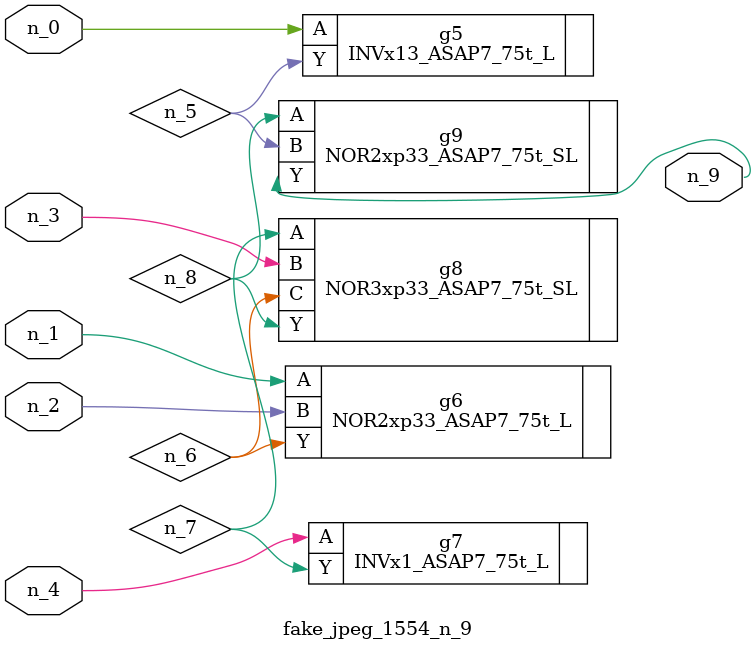
<source format=v>
module fake_jpeg_1554_n_9 (n_3, n_2, n_1, n_0, n_4, n_9);

input n_3;
input n_2;
input n_1;
input n_0;
input n_4;

output n_9;

wire n_8;
wire n_6;
wire n_5;
wire n_7;

INVx13_ASAP7_75t_L g5 ( 
.A(n_0),
.Y(n_5)
);

NOR2xp33_ASAP7_75t_L g6 ( 
.A(n_1),
.B(n_2),
.Y(n_6)
);

INVx1_ASAP7_75t_L g7 ( 
.A(n_4),
.Y(n_7)
);

NOR3xp33_ASAP7_75t_SL g8 ( 
.A(n_7),
.B(n_3),
.C(n_6),
.Y(n_8)
);

NOR2xp33_ASAP7_75t_SL g9 ( 
.A(n_8),
.B(n_5),
.Y(n_9)
);


endmodule
</source>
